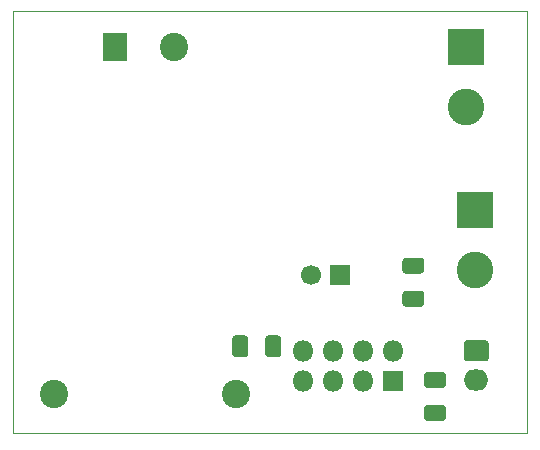
<source format=gbr>
G04 #@! TF.GenerationSoftware,KiCad,Pcbnew,(5.1.6)-1*
G04 #@! TF.CreationDate,2021-03-05T06:26:53-03:00*
G04 #@! TF.ProjectId,switch_iot_ac,73776974-6368-45f6-996f-745f61632e6b,rev?*
G04 #@! TF.SameCoordinates,PXb9fc990PY4221330*
G04 #@! TF.FileFunction,Soldermask,Top*
G04 #@! TF.FilePolarity,Negative*
%FSLAX46Y46*%
G04 Gerber Fmt 4.6, Leading zero omitted, Abs format (unit mm)*
G04 Created by KiCad (PCBNEW (5.1.6)-1) date 2021-03-05 06:26:53*
%MOMM*%
%LPD*%
G01*
G04 APERTURE LIST*
G04 #@! TA.AperFunction,Profile*
%ADD10C,0.050000*%
G04 #@! TD*
%ADD11O,1.800000X1.800000*%
%ADD12R,1.800000X1.800000*%
%ADD13C,3.100000*%
%ADD14R,3.100000X3.100000*%
%ADD15C,2.400000*%
%ADD16R,2.100000X2.400000*%
%ADD17O,2.100000X1.800000*%
%ADD18C,1.700000*%
%ADD19R,1.700000X1.700000*%
G04 APERTURE END LIST*
D10*
X43688000Y35941000D02*
X43688000Y203200D01*
X43688000Y35941000D02*
X152400Y35941000D01*
X152400Y203200D02*
X152400Y35941000D01*
X43688000Y203200D02*
X152400Y203200D01*
D11*
X24663400Y7162800D03*
X24663400Y4622800D03*
X27203400Y7162800D03*
X27203400Y4622800D03*
X29743400Y7162800D03*
X29743400Y4622800D03*
X32283400Y7162800D03*
D12*
X32283400Y4622800D03*
D13*
X38506400Y27863800D03*
D14*
X38506400Y32943800D03*
G36*
G01*
X36519800Y4052400D02*
X35209800Y4052400D01*
G75*
G02*
X34939800Y4322400I0J270000D01*
G01*
X34939800Y5132400D01*
G75*
G02*
X35209800Y5402400I270000J0D01*
G01*
X36519800Y5402400D01*
G75*
G02*
X36789800Y5132400I0J-270000D01*
G01*
X36789800Y4322400D01*
G75*
G02*
X36519800Y4052400I-270000J0D01*
G01*
G37*
G36*
G01*
X36519800Y1252400D02*
X35209800Y1252400D01*
G75*
G02*
X34939800Y1522400I0J270000D01*
G01*
X34939800Y2332400D01*
G75*
G02*
X35209800Y2602400I270000J0D01*
G01*
X36519800Y2602400D01*
G75*
G02*
X36789800Y2332400I0J-270000D01*
G01*
X36789800Y1522400D01*
G75*
G02*
X36519800Y1252400I-270000J0D01*
G01*
G37*
G36*
G01*
X33381000Y12279800D02*
X34691000Y12279800D01*
G75*
G02*
X34961000Y12009800I0J-270000D01*
G01*
X34961000Y11199800D01*
G75*
G02*
X34691000Y10929800I-270000J0D01*
G01*
X33381000Y10929800D01*
G75*
G02*
X33111000Y11199800I0J270000D01*
G01*
X33111000Y12009800D01*
G75*
G02*
X33381000Y12279800I270000J0D01*
G01*
G37*
G36*
G01*
X33381000Y15079800D02*
X34691000Y15079800D01*
G75*
G02*
X34961000Y14809800I0J-270000D01*
G01*
X34961000Y13999800D01*
G75*
G02*
X34691000Y13729800I-270000J0D01*
G01*
X33381000Y13729800D01*
G75*
G02*
X33111000Y13999800I0J270000D01*
G01*
X33111000Y14809800D01*
G75*
G02*
X33381000Y15079800I270000J0D01*
G01*
G37*
D15*
X18988400Y3518400D03*
X13788400Y32918400D03*
D16*
X8788400Y32918400D03*
D15*
X3588400Y3518400D03*
D13*
X39268400Y14020800D03*
D14*
X39268400Y19100800D03*
D17*
X39370000Y4688200D03*
G36*
G01*
X38584706Y8088200D02*
X40155294Y8088200D01*
G75*
G02*
X40420000Y7823494I0J-264706D01*
G01*
X40420000Y6552906D01*
G75*
G02*
X40155294Y6288200I-264706J0D01*
G01*
X38584706Y6288200D01*
G75*
G02*
X38320000Y6552906I0J264706D01*
G01*
X38320000Y7823494D01*
G75*
G02*
X38584706Y8088200I264706J0D01*
G01*
G37*
G36*
G01*
X20052200Y8224200D02*
X20052200Y6914200D01*
G75*
G02*
X19782200Y6644200I-270000J0D01*
G01*
X18972200Y6644200D01*
G75*
G02*
X18702200Y6914200I0J270000D01*
G01*
X18702200Y8224200D01*
G75*
G02*
X18972200Y8494200I270000J0D01*
G01*
X19782200Y8494200D01*
G75*
G02*
X20052200Y8224200I0J-270000D01*
G01*
G37*
G36*
G01*
X22852200Y8224200D02*
X22852200Y6914200D01*
G75*
G02*
X22582200Y6644200I-270000J0D01*
G01*
X21772200Y6644200D01*
G75*
G02*
X21502200Y6914200I0J270000D01*
G01*
X21502200Y8224200D01*
G75*
G02*
X21772200Y8494200I270000J0D01*
G01*
X22582200Y8494200D01*
G75*
G02*
X22852200Y8224200I0J-270000D01*
G01*
G37*
D18*
X25363800Y13614400D03*
D19*
X27863800Y13614400D03*
M02*

</source>
